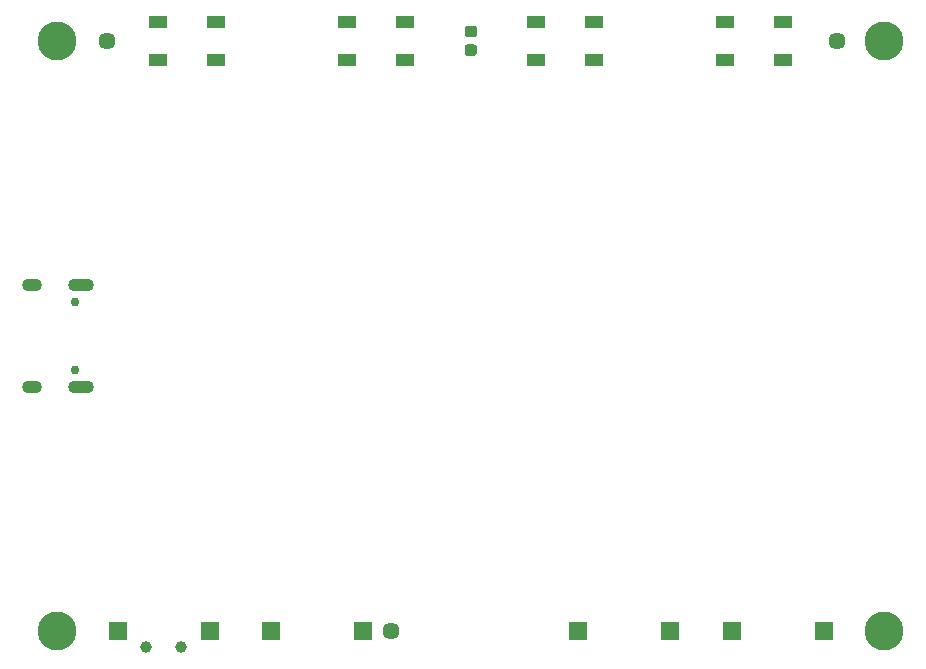
<source format=gbs>
%TF.GenerationSoftware,KiCad,Pcbnew,(5.1.6)-1*%
%TF.CreationDate,2021-03-27T23:39:17-04:00*%
%TF.ProjectId,sharptag,73686172-7074-4616-972e-6b696361645f,rev?*%
%TF.SameCoordinates,Original*%
%TF.FileFunction,Soldermask,Bot*%
%TF.FilePolarity,Negative*%
%FSLAX46Y46*%
G04 Gerber Fmt 4.6, Leading zero omitted, Abs format (unit mm)*
G04 Created by KiCad (PCBNEW (5.1.6)-1) date 2021-03-27 23:39:17*
%MOMM*%
%LPD*%
G01*
G04 APERTURE LIST*
%ADD10O,1.700000X1.100000*%
%ADD11C,0.750000*%
%ADD12O,2.200000X1.100000*%
%ADD13C,3.300000*%
%ADD14R,1.600000X1.600000*%
%ADD15C,1.000000*%
%ADD16R,1.600000X1.100000*%
%ADD17C,1.448000*%
G04 APERTURE END LIST*
D10*
%TO.C,J1*%
X-37150000Y-6320000D03*
D11*
X-33500000Y-4890000D03*
D10*
X-37150000Y2320000D03*
D11*
X-33500000Y890000D03*
D12*
X-32970000Y2320000D03*
X-32970000Y-6320000D03*
%TD*%
D13*
%TO.C,H1*%
X35000000Y-27000000D03*
%TD*%
%TO.C,H2*%
X-35000000Y23000000D03*
%TD*%
%TO.C,H3*%
X35000000Y23000000D03*
%TD*%
%TO.C,H4*%
X-35000000Y-27000000D03*
%TD*%
D14*
%TO.C,SW3*%
X29900000Y-27000000D03*
X22100000Y-27000000D03*
%TD*%
%TO.C,SW4*%
X9100000Y-27000000D03*
X16900000Y-27000000D03*
%TD*%
%TO.C,SW5*%
X-16900000Y-27000000D03*
X-9100000Y-27000000D03*
%TD*%
%TO.C,SW6*%
X-22100000Y-27000000D03*
X-29900000Y-27000000D03*
%TD*%
D15*
%TO.C,SW7*%
X-27500000Y-28330000D03*
X-24500000Y-28330000D03*
%TD*%
%TO.C,Q4*%
G36*
G01*
X-281250Y24275000D02*
X281250Y24275000D01*
G75*
G02*
X525000Y24031250I0J-243750D01*
G01*
X525000Y23543750D01*
G75*
G02*
X281250Y23300000I-243750J0D01*
G01*
X-281250Y23300000D01*
G75*
G02*
X-525000Y23543750I0J243750D01*
G01*
X-525000Y24031250D01*
G75*
G02*
X-281250Y24275000I243750J0D01*
G01*
G37*
G36*
G01*
X-281250Y22700000D02*
X281250Y22700000D01*
G75*
G02*
X525000Y22456250I0J-243750D01*
G01*
X525000Y21968750D01*
G75*
G02*
X281250Y21725000I-243750J0D01*
G01*
X-281250Y21725000D01*
G75*
G02*
X-525000Y21968750I0J243750D01*
G01*
X-525000Y22456250D01*
G75*
G02*
X-281250Y22700000I243750J0D01*
G01*
G37*
%TD*%
D16*
%TO.C,D7*%
X21550000Y21400000D03*
X21550000Y24600000D03*
X26450000Y21400000D03*
X26450000Y24600000D03*
%TD*%
%TO.C,D8*%
X10450000Y24600000D03*
X10450000Y21400000D03*
X5550000Y24600000D03*
X5550000Y21400000D03*
%TD*%
%TO.C,D9*%
X-5550000Y24600000D03*
X-5550000Y21400000D03*
X-10450000Y24600000D03*
X-10450000Y21400000D03*
%TD*%
%TO.C,D10*%
X-26450000Y21400000D03*
X-26450000Y24600000D03*
X-21550000Y21400000D03*
X-21550000Y24600000D03*
%TD*%
D17*
%TO.C,H5*%
X-6800000Y-27000000D03*
%TD*%
%TO.C,H6*%
X-30800000Y23000000D03*
%TD*%
%TO.C,H7*%
X31000000Y23000000D03*
%TD*%
M02*

</source>
